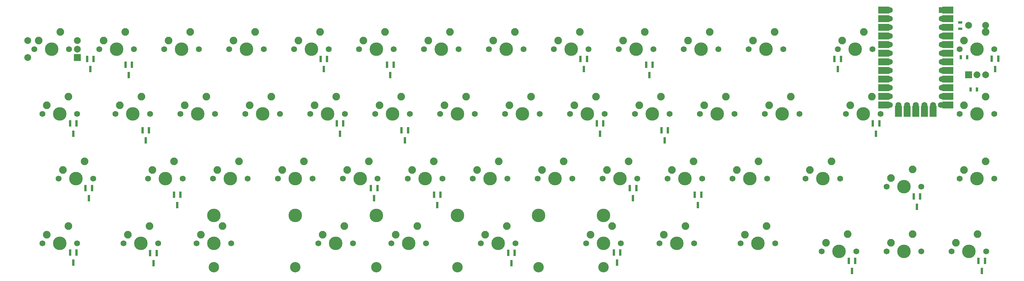
<source format=gbs>
G04 #@! TF.GenerationSoftware,KiCad,Pcbnew,(5.1.9)-1*
G04 #@! TF.CreationDate,2021-06-08T15:00:23-04:00*
G04 #@! TF.ProjectId,kastenwagen-48-pcb,6b617374-656e-4776-9167-656e2d34382d,rev?*
G04 #@! TF.SameCoordinates,Original*
G04 #@! TF.FileFunction,Soldermask,Bot*
G04 #@! TF.FilePolarity,Negative*
%FSLAX46Y46*%
G04 Gerber Fmt 4.6, Leading zero omitted, Abs format (unit mm)*
G04 Created by KiCad (PCBNEW (5.1.9)-1) date 2021-06-08 15:00:23*
%MOMM*%
%LPD*%
G01*
G04 APERTURE LIST*
%ADD10R,0.800000X1.900000*%
%ADD11R,2.000000X2.000000*%
%ADD12C,2.000000*%
%ADD13C,2.250000*%
%ADD14C,3.987800*%
%ADD15C,1.750000*%
%ADD16R,0.700000X1.300000*%
%ADD17R,1.300000X0.700000*%
%ADD18C,3.048000*%
%ADD19R,2.000000X3.250000*%
%ADD20R,3.250000X2.000000*%
%ADD21C,1.752600*%
%ADD22R,1.752600X1.752600*%
G04 APERTURE END LIST*
D10*
G04 #@! TO.C,D170*
X302150000Y-31200000D03*
X303100000Y-28200000D03*
X301200000Y-28200000D03*
G04 #@! TD*
D11*
G04 #@! TO.C,RSW170*
X294362500Y-32900000D03*
D12*
X296862500Y-32900000D03*
X299362500Y-32900000D03*
X294362500Y-18400000D03*
X299362500Y-18400000D03*
G04 #@! TD*
D13*
G04 #@! TO.C,MX170*
X299402500Y-20320000D03*
D14*
X296862500Y-25400000D03*
D13*
X293052500Y-22860000D03*
D15*
X291782500Y-25400000D03*
X301942500Y-25400000D03*
G04 #@! TD*
D16*
G04 #@! TO.C,R3*
X296850000Y-37250000D03*
X294950000Y-37250000D03*
G04 #@! TD*
G04 #@! TO.C,R2*
X294000000Y-27750000D03*
X292100000Y-27750000D03*
G04 #@! TD*
D17*
G04 #@! TO.C,R1*
X291950000Y-19400000D03*
X291950000Y-17500000D03*
G04 #@! TD*
D13*
G04 #@! TO.C,MX437*
X158908750Y-77470000D03*
D14*
X156368750Y-82550000D03*
D13*
X152558750Y-80010000D03*
D15*
X151288750Y-82550000D03*
X161448750Y-82550000D03*
D18*
X144462500Y-89535000D03*
X168275000Y-89535000D03*
D14*
X144462500Y-74295000D03*
X168275000Y-74295000D03*
G04 #@! TD*
D13*
G04 #@! TO.C,MX417*
X111283750Y-77470000D03*
D14*
X108743750Y-82550000D03*
D13*
X104933750Y-80010000D03*
D15*
X103663750Y-82550000D03*
X113823750Y-82550000D03*
D18*
X96837500Y-89535000D03*
X120650000Y-89535000D03*
D14*
X96837500Y-74295000D03*
X120650000Y-74295000D03*
G04 #@! TD*
D13*
G04 #@! TO.C,MX417.700*
X132715000Y-77470000D03*
D14*
X130175000Y-82550000D03*
D13*
X126365000Y-80010000D03*
D15*
X125095000Y-82550000D03*
X135255000Y-82550000D03*
D18*
X73025000Y-89535000D03*
X187325000Y-89535000D03*
D14*
X73025000Y-74295000D03*
X187325000Y-74295000D03*
G04 #@! TD*
D13*
G04 #@! TO.C,MX253*
X242252500Y-39370000D03*
D14*
X239712500Y-44450000D03*
D13*
X235902500Y-41910000D03*
D15*
X234632500Y-44450000D03*
X244792500Y-44450000D03*
G04 #@! TD*
D11*
G04 #@! TO.C,RSW100*
X32900000Y-27856250D03*
D12*
X32900000Y-25356250D03*
X32900000Y-22856250D03*
X18400000Y-27856250D03*
X18400000Y-22856250D03*
G04 #@! TD*
D19*
G04 #@! TO.C,U1*
X273800000Y-43685000D03*
X276340000Y-43685000D03*
X278880000Y-43685000D03*
X281420000Y-43685000D03*
X283960000Y-43685000D03*
D20*
X269482000Y-13840000D03*
X269482000Y-16380000D03*
X269482000Y-18920000D03*
X269482000Y-21460000D03*
X269482000Y-24000000D03*
X269482000Y-26540000D03*
X269482000Y-29080000D03*
X269482000Y-31620000D03*
X269482000Y-34160000D03*
X269482000Y-36700000D03*
X269482000Y-39240000D03*
X269482000Y-41780000D03*
X288278000Y-41780000D03*
X288278000Y-39240000D03*
X288278000Y-36700000D03*
X288278000Y-34160000D03*
X288278000Y-31620000D03*
X288278000Y-29080000D03*
X288278000Y-26540000D03*
X288278000Y-24000000D03*
X288278000Y-21460000D03*
X288278000Y-18920000D03*
X288278000Y-16380000D03*
X288278000Y-13840000D03*
D21*
X283960000Y-41780000D03*
X281420000Y-41780000D03*
X278880000Y-41780000D03*
X276340000Y-41780000D03*
X273800000Y-41780000D03*
X271260000Y-13840000D03*
X286271400Y-41780000D03*
X271260000Y-16380000D03*
X271260000Y-18920000D03*
X271260000Y-21460000D03*
X271260000Y-24000000D03*
X271260000Y-26540000D03*
X271260000Y-29080000D03*
X271260000Y-31620000D03*
X271260000Y-34160000D03*
X271260000Y-36700000D03*
X271260000Y-39240000D03*
X271260000Y-41780000D03*
X286500000Y-39240000D03*
X286500000Y-36700000D03*
X286500000Y-34160000D03*
X286500000Y-31620000D03*
X286500000Y-29080000D03*
X286500000Y-26540000D03*
X286500000Y-24000000D03*
X286500000Y-21460000D03*
X286500000Y-18920000D03*
X286500000Y-16380000D03*
D22*
X286500000Y-13840000D03*
G04 #@! TD*
D13*
G04 #@! TO.C,MX476*
X297021250Y-79851250D03*
D14*
X294481250Y-84931250D03*
D13*
X290671250Y-82391250D03*
D15*
X289401250Y-84931250D03*
X299561250Y-84931250D03*
G04 #@! TD*
D13*
G04 #@! TO.C,MX467*
X277971250Y-79851250D03*
D14*
X275431250Y-84931250D03*
D13*
X271621250Y-82391250D03*
D15*
X270351250Y-84931250D03*
X280511250Y-84931250D03*
G04 #@! TD*
D13*
G04 #@! TO.C,MX457*
X258921250Y-79851250D03*
D14*
X256381250Y-84931250D03*
D13*
X252571250Y-82391250D03*
D15*
X251301250Y-84931250D03*
X261461250Y-84931250D03*
G04 #@! TD*
D13*
G04 #@! TO.C,MX456*
X235108750Y-77470000D03*
D14*
X232568750Y-82550000D03*
D13*
X228758750Y-80010000D03*
D15*
X227488750Y-82550000D03*
X237648750Y-82550000D03*
G04 #@! TD*
D13*
G04 #@! TO.C,MX447*
X211296250Y-77470000D03*
D14*
X208756250Y-82550000D03*
D13*
X204946250Y-80010000D03*
D15*
X203676250Y-82550000D03*
X213836250Y-82550000D03*
G04 #@! TD*
D13*
G04 #@! TO.C,MX446*
X189865000Y-77470000D03*
D14*
X187325000Y-82550000D03*
D13*
X183515000Y-80010000D03*
D15*
X182245000Y-82550000D03*
X192405000Y-82550000D03*
G04 #@! TD*
D13*
G04 #@! TO.C,MX416*
X75565000Y-77470000D03*
D14*
X73025000Y-82550000D03*
D13*
X69215000Y-80010000D03*
D15*
X67945000Y-82550000D03*
X78105000Y-82550000D03*
G04 #@! TD*
D13*
G04 #@! TO.C,MX407*
X54133750Y-77470000D03*
D14*
X51593750Y-82550000D03*
D13*
X47783750Y-80010000D03*
D15*
X46513750Y-82550000D03*
X56673750Y-82550000D03*
G04 #@! TD*
D13*
G04 #@! TO.C,MX406*
X30321250Y-77470000D03*
D14*
X27781250Y-82550000D03*
D13*
X23971250Y-80010000D03*
D15*
X22701250Y-82550000D03*
X32861250Y-82550000D03*
G04 #@! TD*
D13*
G04 #@! TO.C,MX374*
X299402500Y-58420000D03*
D14*
X296862500Y-63500000D03*
D13*
X293052500Y-60960000D03*
D15*
X291782500Y-63500000D03*
X301942500Y-63500000D03*
G04 #@! TD*
D13*
G04 #@! TO.C,MX364*
X277971250Y-60801250D03*
D14*
X275431250Y-65881250D03*
D13*
X271621250Y-63341250D03*
D15*
X270351250Y-65881250D03*
X280511250Y-65881250D03*
G04 #@! TD*
D13*
G04 #@! TO.C,MX355*
X254158750Y-58420000D03*
D14*
X251618750Y-63500000D03*
D13*
X247808750Y-60960000D03*
D15*
X246538750Y-63500000D03*
X256698750Y-63500000D03*
G04 #@! TD*
D13*
G04 #@! TO.C,MX354*
X232727500Y-58420000D03*
D14*
X230187500Y-63500000D03*
D13*
X226377500Y-60960000D03*
D15*
X225107500Y-63500000D03*
X235267500Y-63500000D03*
G04 #@! TD*
D13*
G04 #@! TO.C,MX345*
X213677500Y-58420000D03*
D14*
X211137500Y-63500000D03*
D13*
X207327500Y-60960000D03*
D15*
X206057500Y-63500000D03*
X216217500Y-63500000D03*
G04 #@! TD*
D13*
G04 #@! TO.C,MX344*
X194627500Y-58420000D03*
D14*
X192087500Y-63500000D03*
D13*
X188277500Y-60960000D03*
D15*
X187007500Y-63500000D03*
X197167500Y-63500000D03*
G04 #@! TD*
D13*
G04 #@! TO.C,MX335*
X175577500Y-58420000D03*
D14*
X173037500Y-63500000D03*
D13*
X169227500Y-60960000D03*
D15*
X167957500Y-63500000D03*
X178117500Y-63500000D03*
G04 #@! TD*
D13*
G04 #@! TO.C,MX334*
X156527500Y-58420000D03*
D14*
X153987500Y-63500000D03*
D13*
X150177500Y-60960000D03*
D15*
X148907500Y-63500000D03*
X159067500Y-63500000D03*
G04 #@! TD*
D13*
G04 #@! TO.C,MX325*
X137477500Y-58420000D03*
D14*
X134937500Y-63500000D03*
D13*
X131127500Y-60960000D03*
D15*
X129857500Y-63500000D03*
X140017500Y-63500000D03*
G04 #@! TD*
D13*
G04 #@! TO.C,MX324*
X118427500Y-58420000D03*
D14*
X115887500Y-63500000D03*
D13*
X112077500Y-60960000D03*
D15*
X110807500Y-63500000D03*
X120967500Y-63500000D03*
G04 #@! TD*
D13*
G04 #@! TO.C,MX315*
X99377500Y-58420000D03*
D14*
X96837500Y-63500000D03*
D13*
X93027500Y-60960000D03*
D15*
X91757500Y-63500000D03*
X101917500Y-63500000D03*
G04 #@! TD*
D13*
G04 #@! TO.C,MX314*
X80327500Y-58420000D03*
D14*
X77787500Y-63500000D03*
D13*
X73977500Y-60960000D03*
D15*
X72707500Y-63500000D03*
X82867500Y-63500000D03*
G04 #@! TD*
D13*
G04 #@! TO.C,MX305*
X61277500Y-58420000D03*
D14*
X58737500Y-63500000D03*
D13*
X54927500Y-60960000D03*
D15*
X53657500Y-63500000D03*
X63817500Y-63500000D03*
G04 #@! TD*
D13*
G04 #@! TO.C,MX304*
X35083750Y-58420000D03*
D14*
X32543750Y-63500000D03*
D13*
X28733750Y-60960000D03*
D15*
X27463750Y-63500000D03*
X37623750Y-63500000D03*
G04 #@! TD*
D13*
G04 #@! TO.C,MX272*
X299402500Y-39370000D03*
D14*
X296862500Y-44450000D03*
D13*
X293052500Y-41910000D03*
D15*
X291782500Y-44450000D03*
X301942500Y-44450000D03*
G04 #@! TD*
D13*
G04 #@! TO.C,MX262*
X266065000Y-39370000D03*
D14*
X263525000Y-44450000D03*
D13*
X259715000Y-41910000D03*
D15*
X258445000Y-44450000D03*
X268605000Y-44450000D03*
G04 #@! TD*
D13*
G04 #@! TO.C,MX252*
X223202500Y-39370000D03*
D14*
X220662500Y-44450000D03*
D13*
X216852500Y-41910000D03*
D15*
X215582500Y-44450000D03*
X225742500Y-44450000D03*
G04 #@! TD*
D13*
G04 #@! TO.C,MX243*
X204152500Y-39370000D03*
D14*
X201612500Y-44450000D03*
D13*
X197802500Y-41910000D03*
D15*
X196532500Y-44450000D03*
X206692500Y-44450000D03*
G04 #@! TD*
D13*
G04 #@! TO.C,MX242*
X185102500Y-39370000D03*
D14*
X182562500Y-44450000D03*
D13*
X178752500Y-41910000D03*
D15*
X177482500Y-44450000D03*
X187642500Y-44450000D03*
G04 #@! TD*
D13*
G04 #@! TO.C,MX233*
X166052500Y-39370000D03*
D14*
X163512500Y-44450000D03*
D13*
X159702500Y-41910000D03*
D15*
X158432500Y-44450000D03*
X168592500Y-44450000D03*
G04 #@! TD*
D13*
G04 #@! TO.C,MX232*
X147002500Y-39370000D03*
D14*
X144462500Y-44450000D03*
D13*
X140652500Y-41910000D03*
D15*
X139382500Y-44450000D03*
X149542500Y-44450000D03*
G04 #@! TD*
D13*
G04 #@! TO.C,MX223*
X127952500Y-39370000D03*
D14*
X125412500Y-44450000D03*
D13*
X121602500Y-41910000D03*
D15*
X120332500Y-44450000D03*
X130492500Y-44450000D03*
G04 #@! TD*
D13*
G04 #@! TO.C,MX222*
X108902500Y-39370000D03*
D14*
X106362500Y-44450000D03*
D13*
X102552500Y-41910000D03*
D15*
X101282500Y-44450000D03*
X111442500Y-44450000D03*
G04 #@! TD*
D13*
G04 #@! TO.C,MX213*
X89852500Y-39370000D03*
D14*
X87312500Y-44450000D03*
D13*
X83502500Y-41910000D03*
D15*
X82232500Y-44450000D03*
X92392500Y-44450000D03*
G04 #@! TD*
D13*
G04 #@! TO.C,MX212*
X70802500Y-39370000D03*
D14*
X68262500Y-44450000D03*
D13*
X64452500Y-41910000D03*
D15*
X63182500Y-44450000D03*
X73342500Y-44450000D03*
G04 #@! TD*
D13*
G04 #@! TO.C,MX203*
X51752500Y-39370000D03*
D14*
X49212500Y-44450000D03*
D13*
X45402500Y-41910000D03*
D15*
X44132500Y-44450000D03*
X54292500Y-44450000D03*
G04 #@! TD*
D13*
G04 #@! TO.C,MX202*
X30321250Y-39370000D03*
D14*
X27781250Y-44450000D03*
D13*
X23971250Y-41910000D03*
D15*
X22701250Y-44450000D03*
X32861250Y-44450000D03*
G04 #@! TD*
D13*
G04 #@! TO.C,MX160*
X263683750Y-20320000D03*
D14*
X261143750Y-25400000D03*
D13*
X257333750Y-22860000D03*
D15*
X256063750Y-25400000D03*
X266223750Y-25400000D03*
G04 #@! TD*
D13*
G04 #@! TO.C,MX151*
X237490000Y-20320000D03*
D14*
X234950000Y-25400000D03*
D13*
X231140000Y-22860000D03*
D15*
X229870000Y-25400000D03*
X240030000Y-25400000D03*
G04 #@! TD*
D13*
G04 #@! TO.C,MX150*
X218440000Y-20320000D03*
D14*
X215900000Y-25400000D03*
D13*
X212090000Y-22860000D03*
D15*
X210820000Y-25400000D03*
X220980000Y-25400000D03*
G04 #@! TD*
D13*
G04 #@! TO.C,MX141*
X199390000Y-20320000D03*
D14*
X196850000Y-25400000D03*
D13*
X193040000Y-22860000D03*
D15*
X191770000Y-25400000D03*
X201930000Y-25400000D03*
G04 #@! TD*
D13*
G04 #@! TO.C,MX140*
X180340000Y-20320000D03*
D14*
X177800000Y-25400000D03*
D13*
X173990000Y-22860000D03*
D15*
X172720000Y-25400000D03*
X182880000Y-25400000D03*
G04 #@! TD*
D13*
G04 #@! TO.C,MX131*
X161290000Y-20320000D03*
D14*
X158750000Y-25400000D03*
D13*
X154940000Y-22860000D03*
D15*
X153670000Y-25400000D03*
X163830000Y-25400000D03*
G04 #@! TD*
D13*
G04 #@! TO.C,MX130*
X142240000Y-20320000D03*
D14*
X139700000Y-25400000D03*
D13*
X135890000Y-22860000D03*
D15*
X134620000Y-25400000D03*
X144780000Y-25400000D03*
G04 #@! TD*
D13*
G04 #@! TO.C,MX121*
X123190000Y-20320000D03*
D14*
X120650000Y-25400000D03*
D13*
X116840000Y-22860000D03*
D15*
X115570000Y-25400000D03*
X125730000Y-25400000D03*
G04 #@! TD*
D13*
G04 #@! TO.C,MX120*
X104140000Y-20320000D03*
D14*
X101600000Y-25400000D03*
D13*
X97790000Y-22860000D03*
D15*
X96520000Y-25400000D03*
X106680000Y-25400000D03*
G04 #@! TD*
D13*
G04 #@! TO.C,MX111*
X85090000Y-20320000D03*
D14*
X82550000Y-25400000D03*
D13*
X78740000Y-22860000D03*
D15*
X77470000Y-25400000D03*
X87630000Y-25400000D03*
G04 #@! TD*
D13*
G04 #@! TO.C,MX110*
X66040000Y-20320000D03*
D14*
X63500000Y-25400000D03*
D13*
X59690000Y-22860000D03*
D15*
X58420000Y-25400000D03*
X68580000Y-25400000D03*
G04 #@! TD*
D13*
G04 #@! TO.C,MX101*
X46990000Y-20320000D03*
D14*
X44450000Y-25400000D03*
D13*
X40640000Y-22860000D03*
D15*
X39370000Y-25400000D03*
X49530000Y-25400000D03*
G04 #@! TD*
D13*
G04 #@! TO.C,MX100*
X27940000Y-20320000D03*
D14*
X25400000Y-25400000D03*
D13*
X21590000Y-22860000D03*
D15*
X20320000Y-25400000D03*
X30480000Y-25400000D03*
G04 #@! TD*
D10*
G04 #@! TO.C,D476*
X298250000Y-90700000D03*
X299200000Y-87700000D03*
X297300000Y-87700000D03*
G04 #@! TD*
G04 #@! TO.C,D457*
X260200000Y-90706200D03*
X261150000Y-87706200D03*
X259250000Y-87706200D03*
G04 #@! TD*
G04 #@! TO.C,D446*
X191250000Y-88250000D03*
X192200000Y-85250000D03*
X190300000Y-85250000D03*
G04 #@! TD*
G04 #@! TO.C,D437*
X160274000Y-88368000D03*
X161224000Y-85368000D03*
X159324000Y-85368000D03*
G04 #@! TD*
G04 #@! TO.C,D407*
X55250000Y-88392000D03*
X56200000Y-85392000D03*
X54300000Y-85392000D03*
G04 #@! TD*
G04 #@! TO.C,D406*
X31750000Y-88250000D03*
X32700000Y-85250000D03*
X30800000Y-85250000D03*
G04 #@! TD*
G04 #@! TO.C,D364*
X279250000Y-71750000D03*
X280200000Y-68750000D03*
X278300000Y-68750000D03*
G04 #@! TD*
G04 #@! TO.C,D345*
X215000000Y-71250000D03*
X215950000Y-68250000D03*
X214050000Y-68250000D03*
G04 #@! TD*
G04 #@! TO.C,D344*
X195950000Y-69250000D03*
X196900000Y-66250000D03*
X195000000Y-66250000D03*
G04 #@! TD*
G04 #@! TO.C,D325*
X138500000Y-71250000D03*
X139450000Y-68250000D03*
X137550000Y-68250000D03*
G04 #@! TD*
G04 #@! TO.C,D324*
X120000000Y-69250000D03*
X120950000Y-66250000D03*
X119050000Y-66250000D03*
G04 #@! TD*
G04 #@! TO.C,D305*
X62250000Y-71250000D03*
X63200000Y-68250000D03*
X61300000Y-68250000D03*
G04 #@! TD*
G04 #@! TO.C,D304*
X36300000Y-69250000D03*
X37250000Y-66250000D03*
X35350000Y-66250000D03*
G04 #@! TD*
G04 #@! TO.C,D262*
X267250000Y-50250000D03*
X268200000Y-47250000D03*
X266300000Y-47250000D03*
G04 #@! TD*
G04 #@! TO.C,D243*
X205250000Y-52250000D03*
X206200000Y-49250000D03*
X204300000Y-49250000D03*
G04 #@! TD*
G04 #@! TO.C,D242*
X186250000Y-50250000D03*
X187200000Y-47250000D03*
X185300000Y-47250000D03*
G04 #@! TD*
G04 #@! TO.C,D223*
X129000000Y-52250000D03*
X129950000Y-49250000D03*
X128050000Y-49250000D03*
G04 #@! TD*
G04 #@! TO.C,D222*
X110000000Y-50250000D03*
X110950000Y-47250000D03*
X109050000Y-47250000D03*
G04 #@! TD*
G04 #@! TO.C,D203*
X53000000Y-52250000D03*
X53950000Y-49250000D03*
X52050000Y-49250000D03*
G04 #@! TD*
G04 #@! TO.C,D202*
X31750000Y-50250000D03*
X32700000Y-47250000D03*
X30800000Y-47250000D03*
G04 #@! TD*
G04 #@! TO.C,D160*
X256000000Y-31250000D03*
X256950000Y-28250000D03*
X255050000Y-28250000D03*
G04 #@! TD*
G04 #@! TO.C,D141*
X200750000Y-33000000D03*
X201700000Y-30000000D03*
X199800000Y-30000000D03*
G04 #@! TD*
G04 #@! TO.C,D140*
X181500000Y-31250000D03*
X182450000Y-28250000D03*
X180550000Y-28250000D03*
G04 #@! TD*
G04 #@! TO.C,D121*
X124750000Y-33000000D03*
X125700000Y-30000000D03*
X123800000Y-30000000D03*
G04 #@! TD*
G04 #@! TO.C,D120*
X105250000Y-31250000D03*
X106200000Y-28250000D03*
X104300000Y-28250000D03*
G04 #@! TD*
G04 #@! TO.C,D101*
X48000000Y-33000000D03*
X48950000Y-30000000D03*
X47050000Y-30000000D03*
G04 #@! TD*
G04 #@! TO.C,D100*
X36750000Y-31250000D03*
X37700000Y-28250000D03*
X35800000Y-28250000D03*
G04 #@! TD*
M02*

</source>
